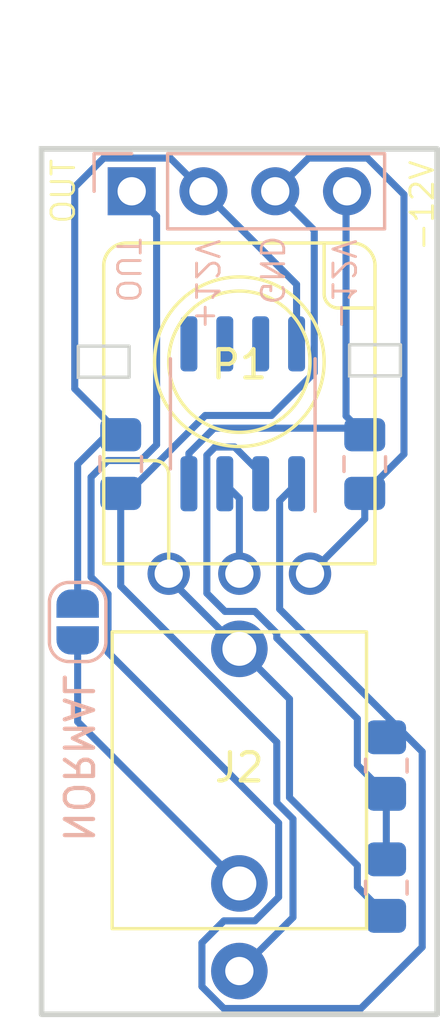
<source format=kicad_pcb>
(kicad_pcb (version 20211014) (generator pcbnew)
  (layers (0 "F.Cu" signal) (31 "B.Cu" signal) (34 "B.Paste" user) (35 "F.Paste" user) (36 "B.SilkS" user "B.Silkscreen") (37 "F.SilkS" user "F.Silkscreen") (38 "B.Mask" user) (39 "F.Mask" user) (44 "Edge.Cuts" user))
  (net 0 "")
  (net 1 "+12V")
  (net 2 "Earth")
  (net 3 "-12V")
  (net 4 "/OUT")
  (net 5 "Net-(J2-Pad2)")
  (net 6 "Net-(J2-Pad3)")
  (net 7 "Net-(P1-Pad2)")
  (net 8 "Net-(R1-Pad2)")
  (footprint "Eurorack:Thonkiconn Mono Jack" (layer "F.Cu") (at 7.5 0 90)
    (fp_text reference "J2" (at 1.2 0 unlocked) (layer "F.SilkS"))
    (fp_text value "Thonkiconn_Mono_Jack")
    (fp_rect (start -4.5 4.5) (end 6 -4.5) (layer "F.SilkS") (width 0.12) (fill none))
    (pad "1" thru_hole circle (at -6 0 90) (size 2 2) (drill 1) (layers *.Cu *.Mask) (net 2 "Earth"))
    (pad "2" thru_hole circle (at -2.9 0 90) (size 2 2) (drill 1.2) (layers *.Cu *.Mask) (net 5 "Net-(J2-Pad2)"))
    (pad "3" thru_hole circle (at 5.4 0 90) (size 2 2) (drill 1.2) (layers *.Cu *.Mask) (net 6 "Net-(J2-Pad3)"))
  )
  (footprint "Eurorack:Potentiometer 9mm Vertical Linear Centred" (layer "F.Cu") (at 7.5 -15.56)
    (fp_text reference "P1" (at 0 0.1 unlocked) (layer "F.SilkS"))
    (fp_text value "Attenuverter")
    (fp_line (start -4.8 7.15) (end -4.8 -3.4) (layer "F.SilkS") (width 0.12))
    (fp_line (start 4 -4.2) (end -4 -4.2) (layer "F.SilkS") (width 0.12))
    (fp_line (start -2.5 7.2) (end -2.5 4) (layer "F.SilkS") (width 0.12))
    (fp_line (start 3.5 -1.9) (end 4.8 -1.9) (layer "F.SilkS") (width 0.12))
    (fp_line (start -3 3.5) (end -4.8 3.5) (layer "F.SilkS") (width 0.12))
    (fp_line (start 3 -4.2) (end 3 -2.4) (layer "F.SilkS") (width 0.12))
    (fp_line (start 4.8 7.15) (end -4.8 7.15) (layer "F.SilkS") (width 0.12))
    (fp_line (start 4.8 -3.4) (end 4.8 7.15) (layer "F.SilkS") (width 0.12))
    (fp_arc (start -4.8 -3.4) (mid -4.565685 -3.965685) (end -4 -4.2) (layer "F.SilkS") (width 0.12))
    (fp_arc (start -3 3.5) (mid -2.646447 3.646447) (end -2.5 4) (layer "F.SilkS") (width 0.12))
    (fp_arc (start 3.5 -1.9) (mid 3.146447 -2.046447) (end 3 -2.4) (layer "F.SilkS") (width 0.12))
    (fp_arc (start 4 -4.2) (mid 4.565685 -3.965685) (end 4.8 -3.4) (layer "F.SilkS") (width 0.12))
    (fp_circle (center 0 0) (end 3 0) (layer "F.SilkS") (width 0.12) (fill none))
    (fp_circle (center 0 0) (end 2.5 0) (layer "F.SilkS") (width 0.12) (fill none))
    (fp_rect (start 3.9 0.5) (end 5.7 -0.6) (layer "Edge.Cuts") (width 0.12) (fill none))
    (fp_rect (start -5.7 0.55) (end -3.9 -0.55) (layer "Edge.Cuts") (width 0.12) (fill none))
    (pad "1" thru_hole circle (at -2.5 7.5) (size 1.5 1.5) (drill 1) (layers *.Cu *.Mask) (net 6 "Net-(J2-Pad3)"))
    (pad "2" thru_hole circle (at 0 7.5) (size 1.5 1.5) (drill 1) (layers *.Cu *.Mask) (net 7 "Net-(P1-Pad2)"))
    (pad "3" thru_hole circle (at 2.5 7.5) (size 1.5 1.5) (drill 1) (layers *.Cu *.Mask) (net 2 "Earth"))
  )
  (footprint "Package_SO:SOIC-8_3.9x4.9mm_P1.27mm" (layer "B.Cu") (at 7.62 -13.716 90)
    (fp_text reference "U1" hide)
    (fp_text value "TL072")
    (fp_line (start 0 2.56) (end -3.45 2.56) (layer "B.SilkS") (width 0.12))
    (fp_line (start 0 2.56) (end 1.95 2.56) (layer "B.SilkS") (width 0.12))
    (fp_line (start 0 -2.56) (end -1.95 -2.56) (layer "B.SilkS") (width 0.12))
    (fp_line (start 0 -2.56) (end 1.95 -2.56) (layer "B.SilkS") (width 0.12))
    (pad "1" smd roundrect (at -2.475 1.905 90) (size 1.95 0.6) (layers "B.Cu" "B.Paste" "B.Mask") (net 4 "/OUT"))
    (pad "2" smd roundrect (at -2.475 0.635 90) (size 1.95 0.6) (layers "B.Cu" "B.Paste" "B.Mask") (net 8 "Net-(R1-Pad2)"))
    (pad "3" smd roundrect (at -2.475 -0.635 90) (size 1.95 0.6) (layers "B.Cu" "B.Paste" "B.Mask") (net 7 "Net-(P1-Pad2)"))
    (pad "4" smd roundrect (at -2.475 -1.905 90) (size 1.95 0.6) (layers "B.Cu" "B.Paste" "B.Mask") (net 3 "-12V"))
    (pad "5" smd roundrect (at 2.475 -1.905 90) (size 1.95 0.6) (layers "B.Cu" "B.Paste" "B.Mask"))
    (pad "6" smd roundrect (at 2.475 -0.635 90) (size 1.95 0.6) (layers "B.Cu" "B.Paste" "B.Mask"))
    (pad "7" smd roundrect (at 2.475 0.635 90) (size 1.95 0.6) (layers "B.Cu" "B.Paste" "B.Mask"))
    (pad "8" smd roundrect (at 2.475 1.905 90) (size 1.95 0.6) (layers "B.Cu" "B.Paste" "B.Mask") (net 1 "+12V"))
  )
  (footprint "Resistor_SMD:R_0805_2012Metric_Pad1.20x1.40mm_HandSolder" (layer "B.Cu") (at 12.7 -1.27 90)
    (fp_text reference "R2" hide)
    (fp_text value "100K")
    (fp_line (start -0.227064 -0.735) (end 0.227064 -0.735) (layer "B.SilkS") (width 0.12))
    (fp_line (start -0.227064 0.735) (end 0.227064 0.735) (layer "B.SilkS") (width 0.12))
    (pad "1" smd roundrect (at -1 0 90) (size 1.2 1.4) (layers "B.Cu" "B.Paste" "B.Mask") (roundrect_rratio 0.208333) (net 8 "Net-(R1-Pad2)"))
    (pad "2" smd roundrect (at 1 0 90) (size 1.2 1.4) (layers "B.Cu" "B.Paste" "B.Mask") (roundrect_rratio 0.208333) (net 4 "/OUT"))
  )
  (footprint "Resistor_SMD:R_0805_2012Metric_Pad1.20x1.40mm_HandSolder" (layer "B.Cu") (at 12.7 3.048 90)
    (fp_text reference "R1" hide)
    (fp_text value "100K")
    (fp_line (start -0.227064 0.735) (end 0.227064 0.735) (layer "B.SilkS") (width 0.12))
    (fp_line (start -0.227064 -0.735) (end 0.227064 -0.735) (layer "B.SilkS") (width 0.12))
    (pad "1" smd roundrect (at -1 0 90) (size 1.2 1.4) (layers "B.Cu" "B.Paste" "B.Mask") (roundrect_rratio 0.208333) (net 6 "Net-(J2-Pad3)"))
    (pad "2" smd roundrect (at 1 0 90) (size 1.2 1.4) (layers "B.Cu" "B.Paste" "B.Mask") (roundrect_rratio 0.208333) (net 8 "Net-(R1-Pad2)"))
  )
  (footprint "Capacitor_SMD:C_0805_2012Metric_Pad1.18x1.45mm_HandSolder" (layer "B.Cu") (at 3.302 -11.938 -90)
    (fp_text reference "C1" hide)
    (fp_text value "100n")
    (fp_line (start -0.261252 0.735) (end 0.261252 0.735) (layer "B.SilkS") (width 0.12))
    (fp_line (start -0.261252 -0.735) (end 0.261252 -0.735) (layer "B.SilkS") (width 0.12))
    (pad "1" smd roundrect (at -1.0375 0 270) (size 1.175 1.45) (layers "B.Cu" "B.Paste" "B.Mask") (roundrect_rratio 0.212766) (net 1 "+12V"))
    (pad "2" smd roundrect (at 1.0375 0 270) (size 1.175 1.45) (layers "B.Cu" "B.Paste" "B.Mask") (roundrect_rratio 0.212766) (net 2 "Earth"))
  )
  (footprint "Jumper:SolderJumper-2_P1.3mm_Open_RoundedPad1.0x1.5mm" (layer "B.Cu") (at 1.778 -6.35 90)
    (fp_text reference "JP1" hide)
    (fp_text value "SolderJumper_2_Open")
    (fp_line (start -0.7 1) (end 0.7 1) (layer "B.SilkS") (width 0.12))
    (fp_line (start -1.4 -0.3) (end -1.4 0.3) (layer "B.SilkS") (width 0.12))
    (fp_line (start 1.4 0.3) (end 1.4 -0.3) (layer "B.SilkS") (width 0.12))
    (fp_line (start 0.7 -1) (end -0.7 -1) (layer "B.SilkS") (width 0.12))
    (fp_arc (start -1.4 -0.3) (mid -1.194975 -0.794975) (end -0.7 -1) (layer "B.SilkS") (width 0.12))
    (fp_arc (start -0.7 1) (mid -1.194975 0.794975) (end -1.4 0.3) (layer "B.SilkS") (width 0.12))
    (fp_arc (start 1.4 0.3) (mid 1.194975 0.794975) (end 0.7 1) (layer "B.SilkS") (width 0.12))
    (fp_arc (start 0.7 -1) (mid 1.194975 -0.794975) (end 1.4 -0.3) (layer "B.SilkS") (width 0.12))
    (pad "1" smd custom (at -0.65 0 90) (size 1 0.5) (layers "B.Cu" "B.Mask") (net 5 "Net-(J2-Pad2)") (options (clearance outline) (anchor rect)) (primitives (gr_circle (center 0 -0.25) (end 0.5 -0.25) (width 0) (fill yes)) (gr_circle (center 0 0.25) (end 0.5 0.25) (width 0) (fill yes)) (gr_poly (pts (xy 0.5 -0.75) (xy 0 -0.75) (xy 0 0.75) (xy 0.5 0.75)) (width 0) (fill yes))))
    (pad "2" smd custom (at 0.65 0 90) (size 1 0.5) (layers "B.Cu" "B.Mask") (net 1 "+12V") (options (clearance outline) (anchor rect)) (primitives (gr_circle (center 0 -0.25) (end 0.5 -0.25) (width 0) (fill yes)) (gr_circle (center 0 0.25) (end 0.5 0.25) (width 0) (fill yes)) (gr_poly (pts (xy 0 -0.75) (xy -0.5 -0.75) (xy -0.5 0.75) (xy 0 0.75)) (width 0) (fill yes))))
  )
  (footprint "Capacitor_SMD:C_0805_2012Metric_Pad1.18x1.45mm_HandSolder" (layer "B.Cu") (at 11.938 -11.938 90)
    (fp_text reference "C2" hide)
    (fp_text value "100n")
    (fp_line (start -0.261252 -0.735) (end 0.261252 -0.735) (layer "B.SilkS") (width 0.12))
    (fp_line (start -0.261252 0.735) (end 0.261252 0.735) (layer "B.SilkS") (width 0.12))
    (pad "1" smd roundrect (at -1.0375 0 90) (size 1.175 1.45) (layers "B.Cu" "B.Paste" "B.Mask") (roundrect_rratio 0.212766) (net 2 "Earth"))
    (pad "2" smd roundrect (at 1.0375 0 90) (size 1.175 1.45) (layers "B.Cu" "B.Paste" "B.Mask") (roundrect_rratio 0.212766) (net 3 "-12V"))
  )
  (footprint "Connector_PinHeader_2.54mm:PinHeader_1x04_P2.54mm_Vertical" (layer "B.Cu") (at 3.69 -21.59 -90)
    (fp_text reference "CONN1" hide)
    (fp_text value "Conn_01x04_Male")
    (fp_line (start -1.33 0) (end -1.33 1.33) (layer "B.SilkS") (width 0.12))
    (fp_line (start 1.33 -1.27) (end 1.33 -8.95) (layer "B.SilkS") (width 0.12))
    (fp_line (start -1.33 -1.27) (end -1.33 -8.95) (layer "B.SilkS") (width 0.12))
    (fp_line (start -1.33 1.33) (end 0 1.33) (layer "B.SilkS") (width 0.12))
    (fp_line (start -1.33 -8.95) (end 1.33 -8.95) (layer "B.SilkS") (width 0.12))
    (fp_line (start -1.33 -1.27) (end 1.33 -1.27) (layer "B.SilkS") (width 0.12))
    (pad "1" thru_hole rect (at 0 0 270) (size 1.7 1.7) (drill 1) (layers *.Cu *.Mask) (net 4 "/OUT"))
    (pad "2" thru_hole oval (at 0 -2.54 270) (size 1.7 1.7) (drill 1) (layers *.Cu *.Mask) (net 1 "+12V"))
    (pad "3" thru_hole oval (at 0 -5.08 270) (size 1.7 1.7) (drill 1) (layers *.Cu *.Mask) (net 2 "Earth"))
    (pad "4" thru_hole oval (at 0 -7.62 270) (size 1.7 1.7) (drill 1) (layers *.Cu *.Mask) (net 3 "-12V"))
  )
  (gr_rect (start 0.5 -23.09) (end 14.5 7.53) (layer "Edge.Cuts") (width 0.2) (fill none))
  (gr_text "GND" (at 8.636 -18.796 270) (layer "B.SilkS") (effects (font (size 0.8 0.8) (thickness 0.1)) (justify mirror)))
  (gr_text "-12V" (at 11.176 -18.288 270) (layer "B.SilkS") (effects (font (size 0.8 0.8) (thickness 0.1)) (justify mirror)))
  (gr_text "NORMAL" (at 1.778 -1.524 270) (layer "B.SilkS") (effects (font (size 1 1)) (justify mirror)))
  (gr_text "+12V" (at 6.35 -18.288 270) (layer "B.SilkS") (effects (font (size 0.8 0.8) (thickness 0.1)) (justify mirror)))
  (gr_text "OUT" (at 3.556 -18.796 270) (layer "B.SilkS") (effects (font (size 0.8 0.8) (thickness 0.1)) (justify mirror)))
  (gr_text "-12V" (at 13.97 -21.082 -270) (layer "F.SilkS") (effects (font (size 0.8 0.8) (thickness 0.1))))
  (gr_text "OUT" (at 1.27 -21.59 -270) (layer "F.SilkS") (effects (font (size 0.8 0.8) (thickness 0.1))))
  (segment (start 9.525 -18.295) (end 9.525 -16.191) (width 0.25) (layer "B.Cu") (net 1))
  (segment (start 3.302 -12.9755) (end 1.67498 -14.60252) (width 0.25) (layer "B.Cu") (net 1))
  (segment (start 2.8155 -12.9755) (end 3.302 -12.9755) (width 0.25) (layer "B.Cu") (net 1))
  (segment (start 1.778 -7) (end 1.778 -11.938) (width 0.25) (layer "B.Cu") (net 1))
  (segment (start 1.778 -11.938) (end 2.8155 -12.9755) (width 0.25) (layer "B.Cu") (net 1))
  (segment (start 1.67498 -21.74098) (end 2.698511 -22.764511) (width 0.25) (layer "B.Cu") (net 1))
  (segment (start 2.698511 -22.764511) (end 5.055489 -22.764511) (width 0.25) (layer "B.Cu") (net 1))
  (segment (start 6.23 -21.59) (end 9.525 -18.295) (width 0.25) (layer "B.Cu") (net 1))
  (segment (start 1.67498 -14.60252) (end 1.67498 -21.74098) (width 0.25) (layer "B.Cu") (net 1))
  (segment (start 5.055489 -22.764511) (end 6.23 -21.59) (width 0.25) (layer "B.Cu") (net 1))
  (segment (start 6.29152 -13.65752) (end 3.5345 -10.9005) (width 0.25) (layer "B.Cu") (net 2))
  (segment (start 7.5 6) (end 9.398 4.102) (width 0.25) (layer "B.Cu") (net 2))
  (segment (start 13.32502 -12.28752) (end 13.32502 -21.47298) (width 0.25) (layer "B.Cu") (net 2))
  (segment (start 8.824511 -2.097489) (end 3.302 -7.62) (width 0.25) (layer "B.Cu") (net 2))
  (segment (start 9.398 0.619718) (end 8.824511 0.046228) (width 0.25) (layer "B.Cu") (net 2))
  (segment (start 11.938 -9.998) (end 10 -8.06) (width 0.25) (layer "B.Cu") (net 2))
  (segment (start 8.637592 -13.65752) (end 6.29152 -13.65752) (width 0.25) (layer "B.Cu") (net 2))
  (segment (start 8.77 -21.59) (end 10.14952 -20.21048) (width 0.25) (layer "B.Cu") (net 2))
  (segment (start 9.944511 -22.764511) (end 8.77 -21.59) (width 0.25) (layer "B.Cu") (net 2))
  (segment (start 11.938 -10.9005) (end 13.32502 -12.28752) (width 0.25) (layer "B.Cu") (net 2))
  (segment (start 10.14952 -15.169448) (end 8.637592 -13.65752) (width 0.25) (layer "B.Cu") (net 2))
  (segment (start 10.14952 -20.21048) (end 10.14952 -15.169448) (width 0.25) (layer "B.Cu") (net 2))
  (segment (start 8.824511 0.046228) (end 8.824511 -2.097489) (width 0.25) (layer "B.Cu") (net 2))
  (segment (start 3.302 -7.62) (end 3.302 -10.9005) (width 0.25) (layer "B.Cu") (net 2))
  (segment (start 13.32502 -21.47298) (end 12.033489 -22.764511) (width 0.25) (layer "B.Cu") (net 2))
  (segment (start 9.398 4.102) (end 9.398 0.619718) (width 0.25) (layer "B.Cu") (net 2))
  (segment (start 12.033489 -22.764511) (end 9.944511 -22.764511) (width 0.25) (layer "B.Cu") (net 2))
  (segment (start 11.938 -10.9005) (end 11.938 -9.998) (width 0.25) (layer "B.Cu") (net 2))
  (segment (start 3.5345 -10.9005) (end 3.302 -10.9005) (width 0.25) (layer "B.Cu") (net 2))
  (segment (start 5.715 -11.241) (end 5.715 -12.319) (width 0.25) (layer "B.Cu") (net 3))
  (segment (start 11.7055 -13.208) (end 11.938 -12.9755) (width 0.25) (layer "B.Cu") (net 3))
  (segment (start 6.604 -13.208) (end 11.7055 -13.208) (width 0.25) (layer "B.Cu") (net 3))
  (segment (start 11.938 -12.9755) (end 11.27498 -13.63852) (width 0.25) (layer "B.Cu") (net 3))
  (segment (start 11.27498 -13.63852) (end 11.27498 -21.55498) (width 0.25) (layer "B.Cu") (net 3))
  (segment (start 5.715 -12.319) (end 6.604 -13.208) (width 0.25) (layer "B.Cu") (net 3))
  (segment (start 11.27498 -21.55498) (end 11.31 -21.59) (width 0.25) (layer "B.Cu") (net 3))
  (segment (start 8.89 0.762) (end 2.852511 -5.275489) (width 0.25) (layer "B.Cu") (net 4))
  (segment (start 4.572 -12.620507) (end 4.572 -20.708) (width 0.25) (layer "B.Cu") (net 4))
  (segment (start 2.852511 -7.341525) (end 2.25248 -7.941556) (width 0.25) (layer "B.Cu") (net 4))
  (segment (start 8.925489 -6.806511) (end 13.97 -1.762) (width 0.25) (layer "B.Cu") (net 4))
  (segment (start 4.014973 -12.06348) (end 4.572 -12.620507) (width 0.25) (layer "B.Cu") (net 4))
  (segment (start 2.852511 -5.275489) (end 2.852511 -7.341525) (width 0.25) (layer "B.Cu") (net 4))
  (segment (start 8.048632 4.224511) (end 8.89 3.383143) (width 0.25) (layer "B.Cu") (net 4))
  (segment (start 6.175489 6.548632) (end 6.175489 5.000511) (width 0.25) (layer "B.Cu") (net 4))
  (segment (start 2.25248 -7.941556) (end 2.25248 -11.475973) (width 0.25) (layer "B.Cu") (net 4))
  (segment (start 9.525 -11.241) (end 8.925489 -10.641489) (width 0.25) (layer "B.Cu") (net 4))
  (segment (start 13.97 5.152493) (end 11.797982 7.324511) (width 0.25) (layer "B.Cu") (net 4))
  (segment (start 6.951368 7.324511) (end 6.175489 6.548632) (width 0.25) (layer "B.Cu") (net 4))
  (segment (start 13.97 -1.762) (end 13.97 5.152493) (width 0.25) (layer "B.Cu") (net 4))
  (segment (start 8.925489 -10.641489) (end 8.925489 -6.806511) (width 0.25) (layer "B.Cu") (net 4))
  (segment (start 2.839987 -12.06348) (end 4.014973 -12.06348) (width 0.25) (layer "B.Cu") (net 4))
  (segment (start 11.797982 7.324511) (end 6.951368 7.324511) (width 0.25) (layer "B.Cu") (net 4))
  (segment (start 8.89 3.383143) (end 8.89 0.762) (width 0.25) (layer "B.Cu") (net 4))
  (segment (start 2.25248 -11.475973) (end 2.839987 -12.06348) (width 0.25) (layer "B.Cu") (net 4))
  (segment (start 6.175489 5.000511) (end 6.951489 4.224511) (width 0.25) (layer "B.Cu") (net 4))
  (segment (start 6.951489 4.224511) (end 8.048632 4.224511) (width 0.25) (layer "B.Cu") (net 4))
  (segment (start 4.572 -20.708) (end 3.69 -21.59) (width 0.25) (layer "B.Cu") (net 4))
  (segment (start 1.778 -2.822) (end 1.778 -5.7) (width 0.25) (layer "B.Cu") (net 5))
  (segment (start 7.5 2.9) (end 1.778 -2.822) (width 0.25) (layer "B.Cu") (net 5))
  (segment (start 9.274031 -3.625969) (end 7.5 -5.4) (width 0.25) (layer "B.Cu") (net 6))
  (segment (start 12.7 4.048) (end 11.67548 3.02348) (width 0.25) (layer "B.Cu") (net 6))
  (segment (start 11.67548 2.26148) (end 9.274031 -0.139969) (width 0.25) (layer "B.Cu") (net 6))
  (segment (start 7.5 -5.4) (end 5 -7.9) (width 0.25) (layer "B.Cu") (net 6))
  (segment (start 9.274031 -0.139969) (end 9.274031 -3.625969) (width 0.25) (layer "B.Cu") (net 6))
  (segment (start 11.67548 3.02348) (end 11.67548 2.26148) (width 0.25) (layer "B.Cu") (net 6))
  (segment (start 5 -7.9) (end 5 -8.06) (width 0.25) (layer "B.Cu") (net 6))
  (segment (start 7.5 -10.726) (end 7.5 -8.06) (width 0.25) (layer "B.Cu") (net 7))
  (segment (start 6.985 -11.241) (end 7.5 -10.726) (width 0.25) (layer "B.Cu") (net 7))
  (segment (start 6.35 -7.366) (end 6.991489 -6.724511) (width 0.25) (layer "B.Cu") (net 8))
  (segment (start 11.67548 -1.29452) (end 12.7 -0.27) (width 0.25) (layer "B.Cu") (net 8))
  (segment (start 8.824511 -5.948632) (end 8.824511 -5.780489) (width 0.25) (layer "B.Cu") (net 8))
  (segment (start 6.991489 -6.724511) (end 8.048632 -6.724511) (width 0.25) (layer "B.Cu") (net 8))
  (segment (start 8.824511 -5.780489) (end 11.67548 -2.92952) (width 0.25) (layer "B.Cu") (net 8))
  (segment (start 12.7 -0.27) (end 12.7 2.048) (width 0.25) (layer "B.Cu") (net 8))
  (segment (start 6.638448 -12.54052) (end 6.35 -12.252072) (width 0.25) (layer "B.Cu") (net 8))
  (segment (start 6.35 -12.252072) (end 6.35 -7.366) (width 0.25) (layer "B.Cu") (net 8))
  (segment (start 8.255 -11.617072) (end 7.331552 -12.54052) (width 0.25) (layer "B.Cu") (net 8))
  (segment (start 11.67548 -2.92952) (end 11.67548 -1.29452) (width 0.25) (layer "B.Cu") (net 8))
  (segment (start 8.255 -11.241) (end 8.255 -11.617072) (width 0.25) (layer "B.Cu") (net 8))
  (segment (start 8.048632 -6.724511) (end 8.824511 -5.948632) (width 0.25) (layer "B.Cu") (net 8))
  (segment (start 7.331552 -12.54052) (end 6.638448 -12.54052) (width 0.25) (layer "B.Cu") (net 8))
)
</source>
